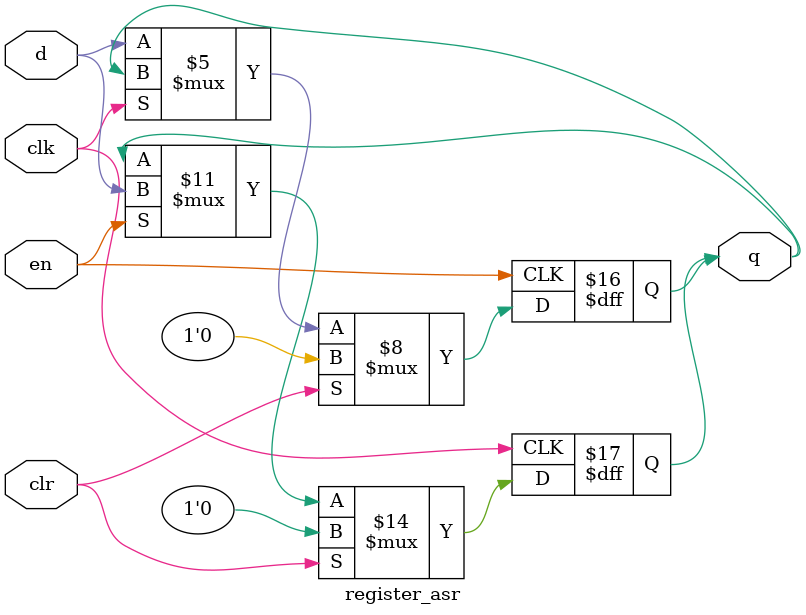
<source format=v>
module register_asr #(parameter N = 1)(input clk, clr, en,
                                   input [N-1:0] d,
                                   output reg [N-1:0] q
    );

// solo si esta habilitado (en) puede cambiar el registro, con reset (clr) se resetea
  always @(posedge clk)
begin
  if(clr)
  q <= 0;
  
  else if (en)
  q <= d;
  
  else
  q <= q;
  
end 

always@(posedge en)
begin
  if(clr)
  q <= 0;
  
  else if (clk == 0)
  q <= d;
  
  else
  q <= q;
  
end 


endmodule

</source>
